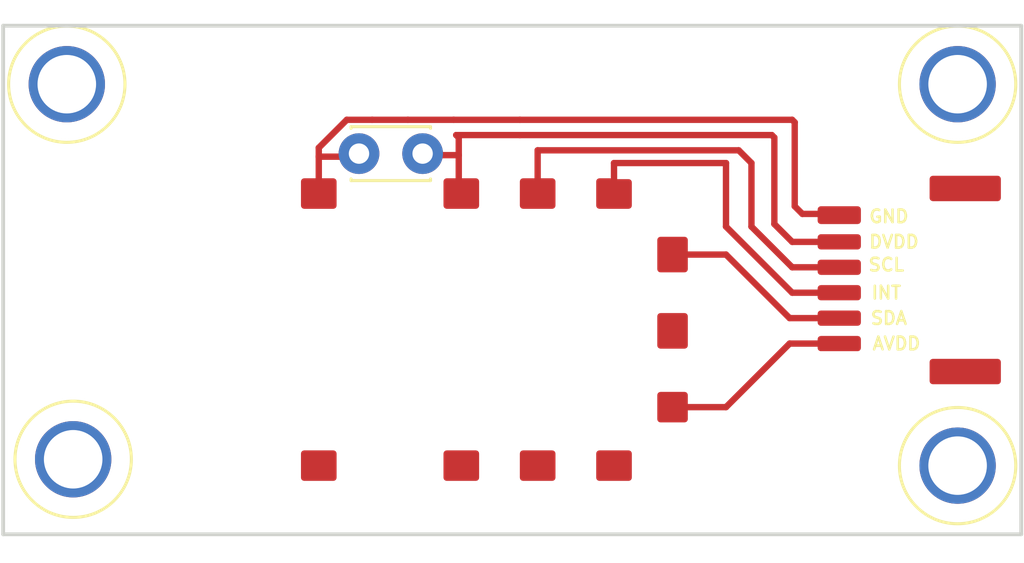
<source format=kicad_pcb>
(kicad_pcb (version 4) (host pcbnew 4.0.7)

  (general
    (links 0)
    (no_connects 0)
    (area 125.924999 88.424999 166.075001 108.575001)
    (thickness 1.6)
    (drawings 10)
    (tracks 41)
    (zones 0)
    (modules 5)
    (nets 1)
  )

  (page A4)
  (layers
    (0 F.Cu signal)
    (31 B.Cu signal)
    (32 B.Adhes user)
    (33 F.Adhes user)
    (34 B.Paste user)
    (35 F.Paste user)
    (36 B.SilkS user)
    (37 F.SilkS user)
    (38 B.Mask user)
    (39 F.Mask user)
    (40 Dwgs.User user)
    (41 Cmts.User user)
    (42 Eco1.User user)
    (43 Eco2.User user)
    (44 Edge.Cuts user)
    (45 Margin user)
    (46 B.CrtYd user)
    (47 F.CrtYd user)
    (48 B.Fab user)
    (49 F.Fab user)
  )

  (setup
    (last_trace_width 0.25)
    (trace_clearance 0.2)
    (zone_clearance 0.508)
    (zone_45_only no)
    (trace_min 0.2)
    (segment_width 0.2)
    (edge_width 0.15)
    (via_size 0.6)
    (via_drill 0.4)
    (via_min_size 0.4)
    (via_min_drill 0.3)
    (uvia_size 0.3)
    (uvia_drill 0.1)
    (uvias_allowed no)
    (uvia_min_size 0.2)
    (uvia_min_drill 0.1)
    (pcb_text_width 0.3)
    (pcb_text_size 1.5 1.5)
    (mod_edge_width 0.15)
    (mod_text_size 1 1)
    (mod_text_width 0.15)
    (pad_size 3 3)
    (pad_drill 2.3)
    (pad_to_mask_clearance 0.2)
    (aux_axis_origin 0 0)
    (visible_elements 7FFFFFFF)
    (pcbplotparams
      (layerselection 0x0000c_80000001)
      (usegerberextensions true)
      (excludeedgelayer true)
      (linewidth 0.100000)
      (plotframeref false)
      (viasonmask false)
      (mode 1)
      (useauxorigin false)
      (hpglpennumber 1)
      (hpglpenspeed 20)
      (hpglpendiameter 15)
      (hpglpenoverlay 2)
      (psnegative false)
      (psa4output false)
      (plotreference true)
      (plotvalue true)
      (plotinvisibletext false)
      (padsonsilk false)
      (subtractmaskfromsilk false)
      (outputformat 1)
      (mirror false)
      (drillshape 0)
      (scaleselection 1)
      (outputdirectory "C:/Users/100549673/Desktop/CL/4-2/Capstone/KiCad Designs/Gerber Files/"))
  )

  (net 0 "")

  (net_class Default "This is the default net class."
    (clearance 0.2)
    (trace_width 0.25)
    (via_dia 0.6)
    (via_drill 0.4)
    (uvia_dia 0.3)
    (uvia_drill 0.1)
  )

  (module Connectors:1pin (layer F.Cu) (tedit 5A94515D) (tstamp 5A944A7C)
    (at 128.5 90.8)
    (descr "module 1 pin (ou trou mecanique de percage)")
    (tags DEV)
    (fp_text reference "" (at 0 -3.048) (layer F.SilkS)
      (effects (font (size 1 1) (thickness 0.15)))
    )
    (fp_text value 1pin (at 0 3) (layer F.Fab)
      (effects (font (size 1 1) (thickness 0.15)))
    )
    (fp_circle (center 0 0) (end 2 0.8) (layer F.Fab) (width 0.1))
    (fp_circle (center 0 0) (end 2.6 0) (layer F.CrtYd) (width 0.05))
    (fp_circle (center 0 0) (end 0 -2.286) (layer F.SilkS) (width 0.12))
    (pad 1 thru_hole circle (at 0 0) (size 3 3) (drill 2.3) (layers *.Cu *.Mask))
  )

  (module Connectors:1pin (layer F.Cu) (tedit 5A945158) (tstamp 5A945081)
    (at 128.75 105.55)
    (descr "module 1 pin (ou trou mecanique de percage)")
    (tags DEV)
    (fp_text reference "" (at 0 -3.048) (layer F.SilkS)
      (effects (font (size 1 1) (thickness 0.15)))
    )
    (fp_text value 1pin (at 0 3) (layer F.Fab)
      (effects (font (size 1 1) (thickness 0.15)))
    )
    (fp_circle (center 0 0) (end 2 0.8) (layer F.Fab) (width 0.1))
    (fp_circle (center 0 0) (end 2.6 0) (layer F.CrtYd) (width 0.05))
    (fp_circle (center 0 0) (end 0 -2.286) (layer F.SilkS) (width 0.12))
    (pad 1 thru_hole circle (at 0 0) (size 3 3) (drill 2.3) (layers *.Cu *.Mask))
  )

  (module Connectors:1pin (layer F.Cu) (tedit 5A945153) (tstamp 5A9450D1)
    (at 163.5 105.8)
    (descr "module 1 pin (ou trou mecanique de percage)")
    (tags DEV)
    (fp_text reference "" (at 0 -3.048) (layer F.SilkS)
      (effects (font (size 1 1) (thickness 0.15)))
    )
    (fp_text value 1pin (at 0 3) (layer F.Fab)
      (effects (font (size 1 1) (thickness 0.15)))
    )
    (fp_circle (center 0 0) (end 2 0.8) (layer F.Fab) (width 0.1))
    (fp_circle (center 0 0) (end 2.6 0) (layer F.CrtYd) (width 0.05))
    (fp_circle (center 0 0) (end 0 -2.286) (layer F.SilkS) (width 0.12))
    (pad 1 thru_hole circle (at 0 0) (size 3 3) (drill 2.3) (layers *.Cu *.Mask))
  )

  (module Connectors:1pin (layer F.Cu) (tedit 5A94514B) (tstamp 5A9450F1)
    (at 163.5 90.8)
    (descr "module 1 pin (ou trou mecanique de percage)")
    (tags DEV)
    (fp_text reference "" (at 0 -3.048) (layer F.SilkS)
      (effects (font (size 1 1) (thickness 0.15)))
    )
    (fp_text value 1pin (at 0 3) (layer F.Fab)
      (effects (font (size 1 1) (thickness 0.15)))
    )
    (fp_circle (center 0 0) (end 2 0.8) (layer F.Fab) (width 0.1))
    (fp_circle (center 0 0) (end 2.6 0) (layer F.CrtYd) (width 0.05))
    (fp_circle (center 0 0) (end 0 -2.286) (layer F.SilkS) (width 0.12))
    (pad 1 thru_hole circle (at 0 0) (size 3 3) (drill 2.3) (layers *.Cu *.Mask))
  )

  (module Capacitors_THT:C_Disc_D3.0mm_W2.0mm_P2.50mm (layer F.Cu) (tedit 5A99DD9E) (tstamp 5A99DD49)
    (at 139.98 93.53)
    (descr "C, Disc series, Radial, pin pitch=2.50mm, , diameter*width=3*2mm^2, Capacitor")
    (tags "C Disc series Radial pin pitch 2.50mm  diameter 3mm width 2mm Capacitor")
    (fp_text reference "" (at 1.25 -2.31) (layer F.SilkS)
      (effects (font (size 1 1) (thickness 0.15)))
    )
    (fp_text value "" (at 1.25 2.31) (layer F.Fab)
      (effects (font (size 1 1) (thickness 0.15)))
    )
    (fp_line (start -0.25 -1) (end -0.25 1) (layer F.Fab) (width 0.1))
    (fp_line (start -0.25 1) (end 2.75 1) (layer F.Fab) (width 0.1))
    (fp_line (start 2.75 1) (end 2.75 -1) (layer F.Fab) (width 0.1))
    (fp_line (start 2.75 -1) (end -0.25 -1) (layer F.Fab) (width 0.1))
    (fp_line (start -0.31 -1.06) (end 2.81 -1.06) (layer F.SilkS) (width 0.12))
    (fp_line (start -0.31 1.06) (end 2.81 1.06) (layer F.SilkS) (width 0.12))
    (fp_line (start -0.31 -1.06) (end -0.31 -0.996) (layer F.SilkS) (width 0.12))
    (fp_line (start -0.31 0.996) (end -0.31 1.06) (layer F.SilkS) (width 0.12))
    (fp_line (start 2.81 -1.06) (end 2.81 -0.996) (layer F.SilkS) (width 0.12))
    (fp_line (start 2.81 0.996) (end 2.81 1.06) (layer F.SilkS) (width 0.12))
    (fp_line (start -1.05 -1.35) (end -1.05 1.35) (layer F.CrtYd) (width 0.05))
    (fp_line (start -1.05 1.35) (end 3.55 1.35) (layer F.CrtYd) (width 0.05))
    (fp_line (start 3.55 1.35) (end 3.55 -1.35) (layer F.CrtYd) (width 0.05))
    (fp_line (start 3.55 -1.35) (end -1.05 -1.35) (layer F.CrtYd) (width 0.05))
    (fp_text user "" (at 1.25 0) (layer F.Fab)
      (effects (font (size 1 1) (thickness 0.15)))
    )
    (pad 1 thru_hole circle (at 0 0) (size 1.6 1.6) (drill 0.8) (layers *.Cu *.Mask))
    (pad 2 thru_hole circle (at 2.5 0) (size 1.6 1.6) (drill 0.8) (layers *.Cu *.Mask))
    (model ${KISYS3DMOD}/Capacitors_THT.3dshapes/C_Disc_D3.0mm_W2.0mm_P2.50mm.wrl
      (at (xyz 0 0 0))
      (scale (xyz 1 1 1))
      (rotate (xyz 0 0 0))
    )
  )

  (gr_text AVDD (at 161.1 101) (layer F.SilkS)
    (effects (font (size 0.5 0.5) (thickness 0.1)))
  )
  (gr_text SDA (at 160.8 100) (layer F.SilkS)
    (effects (font (size 0.5 0.5) (thickness 0.1)))
  )
  (gr_text INT (at 160.7 99) (layer F.SilkS)
    (effects (font (size 0.5 0.5) (thickness 0.1)))
  )
  (gr_text SCL (at 160.7 97.9) (layer F.SilkS)
    (effects (font (size 0.5 0.5) (thickness 0.1)))
  )
  (gr_text DVDD (at 161 97) (layer F.SilkS)
    (effects (font (size 0.5 0.5) (thickness 0.1)))
  )
  (gr_text GND (at 160.8 96) (layer F.SilkS)
    (effects (font (size 0.5 0.5) (thickness 0.1)))
  )
  (gr_line (start 166 108.5) (end 126 108.5) (angle 90) (layer Edge.Cuts) (width 0.15))
  (gr_line (start 166 88.5) (end 166 108.5) (angle 90) (layer Edge.Cuts) (width 0.15))
  (gr_line (start 126 88.5) (end 166 88.5) (angle 90) (layer Edge.Cuts) (width 0.15))
  (gr_line (start 126 108.5) (end 126 88.5) (angle 90) (layer Edge.Cuts) (width 0.15))

  (segment (start 138.4 93.65) (end 139.57 93.65) (width 0.25) (layer F.Cu) (net 0))
  (segment (start 139.57 93.65) (end 139.58 93.66) (width 0.25) (layer F.Cu) (net 0) (tstamp 5A99DE70))
  (segment (start 143.9 93.59) (end 142.7 93.59) (width 0.25) (layer F.Cu) (net 0))
  (segment (start 140.5 92.2) (end 139.5 92.2) (width 0.25) (layer F.Cu) (net 0))
  (segment (start 159 95.9) (end 157.4 95.9) (width 0.25) (layer F.Cu) (net 0) (tstamp 5A8B46C4))
  (segment (start 140.5 92.2) (end 141.9 92.2) (width 0.25) (layer F.Cu) (net 0) (tstamp 5A8B35D0))
  (segment (start 143.7 92.2) (end 141.9 92.2) (width 0.25) (layer F.Cu) (net 0) (tstamp 5A8B35CB))
  (segment (start 146.3 92.2) (end 143.7 92.2) (width 0.25) (layer F.Cu) (net 0) (tstamp 5A8B35C8))
  (segment (start 157 92.2) (end 146.3 92.2) (width 0.25) (layer F.Cu) (net 0) (tstamp 5A8B35C2))
  (segment (start 157.1 92.3) (end 157 92.2) (width 0.25) (layer F.Cu) (net 0) (tstamp 5A8B35BE))
  (segment (start 157.1 95.6) (end 157.1 92.3) (width 0.25) (layer F.Cu) (net 0) (tstamp 5A8B35B8))
  (segment (start 157.1 95.6) (end 157.4 95.9) (width 0.25) (layer F.Cu) (net 0))
  (segment (start 138.4 93.3) (end 138.4 93.65) (width 0.25) (layer F.Cu) (net 0) (tstamp 5A8B46F9))
  (segment (start 138.4 93.65) (end 138.4 95.1) (width 0.25) (layer F.Cu) (net 0) (tstamp 5A99DE6E))
  (segment (start 139.5 92.2) (end 138.4 93.3) (width 0.25) (layer F.Cu) (net 0) (tstamp 5A8B46F4))
  (segment (start 146.3 92.8) (end 143.8 92.8) (width 0.25) (layer F.Cu) (net 0))
  (segment (start 157 97) (end 156.3 96.3) (width 0.25) (layer F.Cu) (net 0) (tstamp 5A8B3585))
  (segment (start 156.3 96.3) (end 156.3 92.9) (width 0.25) (layer F.Cu) (net 0) (tstamp 5A8B3587))
  (segment (start 156.3 92.9) (end 156.2 92.8) (width 0.25) (layer F.Cu) (net 0) (tstamp 5A8B3591))
  (segment (start 156.2 92.8) (end 146.3 92.8) (width 0.25) (layer F.Cu) (net 0) (tstamp 5A8B3596))
  (segment (start 159 97) (end 157 97) (width 0.25) (layer F.Cu) (net 0))
  (segment (start 143.9 92.9) (end 143.9 93.59) (width 0.25) (layer F.Cu) (net 0) (tstamp 5A8B46F0))
  (segment (start 143.9 93.59) (end 143.9 95.1) (width 0.25) (layer F.Cu) (net 0) (tstamp 5A99DE6A))
  (segment (start 143.8 92.8) (end 143.9 92.9) (width 0.25) (layer F.Cu) (net 0) (tstamp 5A8B46EE))
  (segment (start 147 95.1) (end 147 93.4) (width 0.25) (layer F.Cu) (net 0))
  (segment (start 157 98) (end 159 98) (width 0.25) (layer F.Cu) (net 0))
  (segment (start 155.4 96.4) (end 157 98) (width 0.25) (layer F.Cu) (net 0) (tstamp 5A8B3549))
  (segment (start 155.4 93.9) (end 155.4 96.4) (width 0.25) (layer F.Cu) (net 0) (tstamp 5A8B351E))
  (segment (start 154.9 93.4) (end 155.4 93.9) (width 0.25) (layer F.Cu) (net 0) (tstamp 5A8B3514))
  (segment (start 154.9 93.4) (end 147 93.4) (width 0.25) (layer F.Cu) (net 0) (tstamp 5A8B3508))
  (segment (start 150 95.1) (end 150 93.9) (width 0.25) (layer F.Cu) (net 0))
  (segment (start 154.4 93.9) (end 150 93.9) (width 0.25) (layer F.Cu) (net 0) (tstamp 5A8B34DC))
  (segment (start 154.4 93.9) (end 154.4 96.4) (width 0.25) (layer F.Cu) (net 0) (tstamp 5A8B34DF))
  (segment (start 154.4 96.4) (end 157 99) (width 0.25) (layer F.Cu) (net 0) (tstamp 5A8B34E3))
  (segment (start 157 99) (end 159 99) (width 0.25) (layer F.Cu) (net 0))
  (segment (start 152.3 97.5) (end 154.4 97.5) (width 0.25) (layer F.Cu) (net 0))
  (segment (start 156.9 100) (end 154.4 97.5) (width 0.25) (layer F.Cu) (net 0) (tstamp 5A8B34B3))
  (segment (start 156.9 100) (end 159 100) (width 0.25) (layer F.Cu) (net 0))
  (segment (start 152.1 103.5) (end 154.4 103.5) (width 0.25) (layer F.Cu) (net 0))
  (segment (start 156.9 101) (end 154.4 103.5) (width 0.25) (layer F.Cu) (net 0) (tstamp 5A8B349B))
  (segment (start 156.9 101) (end 159 101) (width 0.25) (layer F.Cu) (net 0))

  (zone (net 0) (net_name "") (layer F.Cu) (tstamp 5A8B2E1E) (hatch edge 0.508)
    (connect_pads yes (clearance 0.508))
    (min_thickness 0.254)
    (fill yes (arc_segments 16) (thermal_gap 0.508) (thermal_bridge_width 0.508))
    (polygon
      (pts
        (xy 139.1 106.4) (xy 137.7 106.4) (xy 137.7 105.2) (xy 139.1 105.2)
      )
    )
    (filled_polygon
      (pts
        (xy 138.973 106.273) (xy 137.827 106.273) (xy 137.827 105.327) (xy 138.973 105.327)
      )
    )
  )
  (zone (net 0) (net_name "") (layer F.Cu) (tstamp 5A8B2EA3) (hatch edge 0.508)
    (connect_pads yes (clearance 0.508))
    (min_thickness 0.254)
    (fill yes (arc_segments 16) (thermal_gap 0.508) (thermal_bridge_width 0.508))
    (polygon
      (pts
        (xy 144.7 106.4) (xy 143.3 106.4) (xy 143.3 105.2) (xy 144.7 105.2)
      )
    )
    (filled_polygon
      (pts
        (xy 144.573 106.273) (xy 143.427 106.273) (xy 143.427 105.327) (xy 144.573 105.327)
      )
    )
  )
  (zone (net 0) (net_name "") (layer F.Cu) (tstamp 5A8B2F30) (hatch edge 0.508)
    (connect_pads yes (clearance 0.508))
    (min_thickness 0.254)
    (fill yes (arc_segments 16) (thermal_gap 0.508) (thermal_bridge_width 0.508))
    (polygon
      (pts
        (xy 147.7 106.4) (xy 146.3 106.4) (xy 146.3 105.2) (xy 147.7 105.2)
      )
    )
    (filled_polygon
      (pts
        (xy 147.573 106.273) (xy 146.427 106.273) (xy 146.427 105.327) (xy 147.573 105.327)
      )
    )
  )
  (zone (net 0) (net_name "") (layer F.Cu) (tstamp 5A8B2F5F) (hatch edge 0.508)
    (connect_pads yes (clearance 0.508))
    (min_thickness 0.254)
    (fill yes (arc_segments 16) (thermal_gap 0.508) (thermal_bridge_width 0.508))
    (polygon
      (pts
        (xy 150.7 106.4) (xy 149.3 106.4) (xy 149.3 105.2) (xy 150.7 105.2)
      )
    )
    (filled_polygon
      (pts
        (xy 150.573 106.273) (xy 149.427 106.273) (xy 149.427 105.327) (xy 150.573 105.327)
      )
    )
  )
  (zone (net 0) (net_name "") (layer F.Cu) (tstamp 5A8B2FA1) (hatch edge 0.508)
    (connect_pads yes (clearance 0.508))
    (min_thickness 0.254)
    (fill yes (arc_segments 16) (thermal_gap 0.508) (thermal_bridge_width 0.508))
    (polygon
      (pts
        (xy 152.9 104.1) (xy 151.7 104.1) (xy 151.7 102.9) (xy 152.9 102.9)
      )
    )
    (filled_polygon
      (pts
        (xy 152.773 103.973) (xy 151.827 103.973) (xy 151.827 103.027) (xy 152.773 103.027)
      )
    )
  )
  (zone (net 0) (net_name "") (layer F.Cu) (tstamp 5A8B2FE3) (hatch edge 0.508)
    (connect_pads yes (clearance 0.508))
    (min_thickness 0.254)
    (fill yes (arc_segments 16) (thermal_gap 0.508) (thermal_bridge_width 0.508))
    (polygon
      (pts
        (xy 152.9 101.2) (xy 151.7 101.2) (xy 151.7 99.8) (xy 152.9 99.8)
      )
    )
    (filled_polygon
      (pts
        (xy 152.773 101.073) (xy 151.827 101.073) (xy 151.827 99.927) (xy 152.773 99.927)
      )
    )
  )
  (zone (net 0) (net_name "") (layer F.Cu) (tstamp 5A8B3007) (hatch edge 0.508)
    (connect_pads yes (clearance 0.508))
    (min_thickness 0.254)
    (fill yes (arc_segments 16) (thermal_gap 0.508) (thermal_bridge_width 0.508))
    (polygon
      (pts
        (xy 152.9 98.2) (xy 151.7 98.2) (xy 151.7 96.8) (xy 152.9 96.8)
      )
    )
    (filled_polygon
      (pts
        (xy 152.773 98.073) (xy 151.827 98.073) (xy 151.827 96.927) (xy 152.773 96.927)
      )
    )
  )
  (zone (net 0) (net_name "") (layer F.Cu) (tstamp 5A8B3059) (hatch edge 0.508)
    (connect_pads yes (clearance 0.508))
    (min_thickness 0.254)
    (fill yes (arc_segments 16) (thermal_gap 0.508) (thermal_bridge_width 0.508))
    (polygon
      (pts
        (xy 150.7 95.7) (xy 149.3 95.7) (xy 149.3 94.5) (xy 150.7 94.5)
      )
    )
    (filled_polygon
      (pts
        (xy 150 94.66) (xy 150.573 94.66) (xy 150.573 95.573) (xy 149.427 95.573) (xy 149.427 94.627)
        (xy 149.834099 94.627)
      )
    )
  )
  (zone (net 0) (net_name "") (layer F.Cu) (tstamp 5A8B30A7) (hatch edge 0.508)
    (connect_pads yes (clearance 0.508))
    (min_thickness 0.254)
    (fill yes (arc_segments 16) (thermal_gap 0.508) (thermal_bridge_width 0.508))
    (polygon
      (pts
        (xy 147.7 95.7) (xy 146.3 95.7) (xy 146.3 94.5) (xy 147.7 94.5)
      )
    )
    (filled_polygon
      (pts
        (xy 147.573 95.573) (xy 146.427 95.573) (xy 146.427 94.627) (xy 147.573 94.627)
      )
    )
  )
  (zone (net 0) (net_name "") (layer F.Cu) (tstamp 5A8B30DA) (hatch edge 0.508)
    (connect_pads yes (clearance 0.508))
    (min_thickness 0.254)
    (fill yes (arc_segments 16) (thermal_gap 0.508) (thermal_bridge_width 0.508))
    (polygon
      (pts
        (xy 144.7 95.7) (xy 143.3 95.7) (xy 143.3 94.5) (xy 144.7 94.5)
      )
    )
    (filled_polygon
      (pts
        (xy 144.573 95.573) (xy 143.427 95.573) (xy 143.427 94.627) (xy 144.573 94.627)
      )
    )
  )
  (zone (net 0) (net_name "") (layer F.Cu) (tstamp 5A8B3410) (hatch edge 0.508)
    (connect_pads yes (clearance 0.508))
    (min_thickness 0.254)
    (fill yes (arc_segments 16) (thermal_gap 0.508) (thermal_bridge_width 0.508))
    (polygon
      (pts
        (xy 159.7 97.3) (xy 158 97.3) (xy 158 96.7) (xy 159.7 96.7)
      )
    )
    (filled_polygon
      (pts
        (xy 159.573 97.173) (xy 158.127 97.173) (xy 158.127 96.827) (xy 159.573 96.827)
      )
    )
  )
  (zone (net 0) (net_name "") (layer F.Cu) (tstamp 5A8B3443) (hatch edge 0.508)
    (connect_pads yes (clearance 0.508))
    (min_thickness 0.254)
    (fill yes (arc_segments 16) (thermal_gap 0.508) (thermal_bridge_width 0.508))
    (polygon
      (pts
        (xy 159.7 98.3) (xy 158 98.3) (xy 158 97.7) (xy 159.7 97.7)
      )
    )
    (filled_polygon
      (pts
        (xy 159.573 98.173) (xy 158.127 98.173) (xy 158.127 97.827) (xy 159.573 97.827)
      )
    )
  )
  (zone (net 0) (net_name "") (layer F.Cu) (tstamp 5A8B3466) (hatch edge 0.508)
    (connect_pads yes (clearance 0.508))
    (min_thickness 0.254)
    (fill yes (arc_segments 16) (thermal_gap 0.508) (thermal_bridge_width 0.508))
    (polygon
      (pts
        (xy 159.7 99.3) (xy 158 99.3) (xy 158 98.7) (xy 159.7 98.7)
      )
    )
    (filled_polygon
      (pts
        (xy 159.573 99.173) (xy 158.127 99.173) (xy 158.127 98.827) (xy 159.573 98.827)
      )
    )
  )
  (zone (net 0) (net_name "") (layer F.Cu) (tstamp 5A8B347A) (hatch edge 0.508)
    (connect_pads yes (clearance 0.508))
    (min_thickness 0.254)
    (fill yes (arc_segments 16) (thermal_gap 0.508) (thermal_bridge_width 0.508))
    (polygon
      (pts
        (xy 159.7 100.3) (xy 158 100.3) (xy 158 99.7) (xy 159.7 99.7)
      )
    )
    (filled_polygon
      (pts
        (xy 159.573 100.173) (xy 158.127 100.173) (xy 158.127 99.827) (xy 159.573 99.827)
      )
    )
  )
  (zone (net 0) (net_name "") (layer F.Cu) (tstamp 5A8B348A) (hatch edge 0.508)
    (connect_pads yes (clearance 0.508))
    (min_thickness 0.254)
    (fill yes (arc_segments 16) (thermal_gap 0.508) (thermal_bridge_width 0.508))
    (polygon
      (pts
        (xy 159.7 101.3) (xy 158 101.3) (xy 158 100.7) (xy 159.7 100.7)
      )
    )
    (filled_polygon
      (pts
        (xy 159.573 101.173) (xy 158.127 101.173) (xy 158.127 100.827) (xy 159.573 100.827)
      )
    )
  )
  (zone (net 0) (net_name "") (layer F.Cu) (tstamp 5A8B363B) (hatch edge 0.508)
    (connect_pads yes (clearance 0.508))
    (min_thickness 0.254)
    (fill yes (arc_segments 16) (thermal_gap 0.508) (thermal_bridge_width 0.508))
    (polygon
      (pts
        (xy 165.2 102.6) (xy 162.4 102.6) (xy 162.4 101.6) (xy 165.2 101.6)
      )
    )
    (filled_polygon
      (pts
        (xy 165.073 102.473) (xy 162.527 102.473) (xy 162.527 101.727) (xy 165.073 101.727)
      )
    )
  )
  (zone (net 0) (net_name "") (layer F.Cu) (tstamp 5A8B3677) (hatch edge 0.508)
    (connect_pads yes (clearance 0.508))
    (min_thickness 0.254)
    (fill yes (arc_segments 16) (thermal_gap 0.508) (thermal_bridge_width 0.508))
    (polygon
      (pts
        (xy 165.2 95.4) (xy 162.4 95.4) (xy 162.4 94.4) (xy 165.2 94.4)
      )
    )
    (filled_polygon
      (pts
        (xy 165.073 95.273) (xy 162.527 95.273) (xy 162.527 94.527) (xy 165.073 94.527)
      )
    )
  )
  (zone (net 0) (net_name "") (layer F.Cu) (tstamp 5A8B30F8) (hatch edge 0.508)
    (priority 1)
    (connect_pads yes (clearance 0.508))
    (min_thickness 0.254)
    (fill yes (arc_segments 16) (thermal_gap 0.508) (thermal_bridge_width 0.508))
    (polygon
      (pts
        (xy 139.1 95.7) (xy 137.7 95.7) (xy 137.7 94.5) (xy 139.1 94.5)
      )
    )
    (filled_polygon
      (pts
        (xy 138.973 95.573) (xy 137.827 95.573) (xy 137.827 94.627) (xy 138.973 94.627)
      )
    )
  )
  (zone (net 0) (net_name "") (layer F.Cu) (tstamp 5A8B46A0) (hatch edge 0.508)
    (priority 1)
    (connect_pads yes (clearance 0.508))
    (min_thickness 0.254)
    (fill yes (arc_segments 16) (thermal_gap 0.508) (thermal_bridge_width 0.508))
    (polygon
      (pts
        (xy 158 96.3) (xy 158 95.6) (xy 159.7 95.6) (xy 159.7 96.3)
      )
    )
    (filled_polygon
      (pts
        (xy 159.573 96.173) (xy 158.127 96.173) (xy 158.127 95.727) (xy 159.573 95.727)
      )
    )
  )
)

</source>
